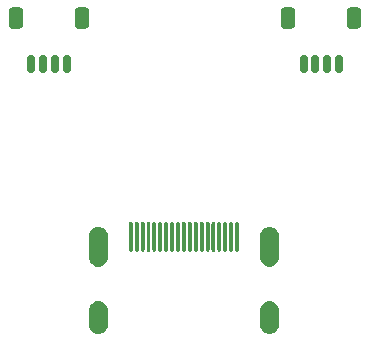
<source format=gbr>
%TF.GenerationSoftware,KiCad,Pcbnew,(6.0.5)*%
%TF.CreationDate,2022-06-06T16:52:35-06:00*%
%TF.ProjectId,15Pin_Fanout,31355069-6e5f-4466-916e-6f75742e6b69,rev?*%
%TF.SameCoordinates,Original*%
%TF.FileFunction,Paste,Top*%
%TF.FilePolarity,Positive*%
%FSLAX46Y46*%
G04 Gerber Fmt 4.6, Leading zero omitted, Abs format (unit mm)*
G04 Created by KiCad (PCBNEW (6.0.5)) date 2022-06-06 16:52:35*
%MOMM*%
%LPD*%
G01*
G04 APERTURE LIST*
G04 Aperture macros list*
%AMRoundRect*
0 Rectangle with rounded corners*
0 $1 Rounding radius*
0 $2 $3 $4 $5 $6 $7 $8 $9 X,Y pos of 4 corners*
0 Add a 4 corners polygon primitive as box body*
4,1,4,$2,$3,$4,$5,$6,$7,$8,$9,$2,$3,0*
0 Add four circle primitives for the rounded corners*
1,1,$1+$1,$2,$3*
1,1,$1+$1,$4,$5*
1,1,$1+$1,$6,$7*
1,1,$1+$1,$8,$9*
0 Add four rect primitives between the rounded corners*
20,1,$1+$1,$2,$3,$4,$5,0*
20,1,$1+$1,$4,$5,$6,$7,0*
20,1,$1+$1,$6,$7,$8,$9,0*
20,1,$1+$1,$8,$9,$2,$3,0*%
G04 Aperture macros list end*
%ADD10C,0.120000*%
%ADD11RoundRect,0.150000X0.150000X0.625000X-0.150000X0.625000X-0.150000X-0.625000X0.150000X-0.625000X0*%
%ADD12RoundRect,0.250000X0.350000X0.650000X-0.350000X0.650000X-0.350000X-0.650000X0.350000X-0.650000X0*%
%ADD13O,0.250000X2.400000*%
G04 APERTURE END LIST*
%TO.C,J1*%
G36*
X-7103000Y-2100000D02*
G01*
X-6962000Y-2143000D01*
X-6832000Y-2212000D01*
X-6719000Y-2305000D01*
X-6626000Y-2419000D01*
X-6556000Y-2549000D01*
X-6514000Y-2689000D01*
X-6499000Y-2836000D01*
X-6499000Y-4036000D01*
X-6514000Y-4182000D01*
X-6556000Y-4323000D01*
X-6626000Y-4452000D01*
X-6719000Y-4566000D01*
X-6832000Y-4659000D01*
X-6962000Y-4729000D01*
X-7103000Y-4771000D01*
X-7249000Y-4786000D01*
X-7395000Y-4771000D01*
X-7536000Y-4729000D01*
X-7666000Y-4659000D01*
X-7779000Y-4566000D01*
X-7873000Y-4452000D01*
X-7942000Y-4323000D01*
X-7985000Y-4182000D01*
X-7999000Y-4036000D01*
X-7999000Y-2836000D01*
X-7985000Y-2689000D01*
X-7942000Y-2549000D01*
X-7873000Y-2419000D01*
X-7779000Y-2305000D01*
X-7666000Y-2212000D01*
X-7536000Y-2143000D01*
X-7395000Y-2100000D01*
X-7249000Y-2086000D01*
X-7103000Y-2100000D01*
G37*
D10*
X-7103000Y-2100000D02*
X-6962000Y-2143000D01*
X-6832000Y-2212000D01*
X-6719000Y-2305000D01*
X-6626000Y-2419000D01*
X-6556000Y-2549000D01*
X-6514000Y-2689000D01*
X-6499000Y-2836000D01*
X-6499000Y-4036000D01*
X-6514000Y-4182000D01*
X-6556000Y-4323000D01*
X-6626000Y-4452000D01*
X-6719000Y-4566000D01*
X-6832000Y-4659000D01*
X-6962000Y-4729000D01*
X-7103000Y-4771000D01*
X-7249000Y-4786000D01*
X-7395000Y-4771000D01*
X-7536000Y-4729000D01*
X-7666000Y-4659000D01*
X-7779000Y-4566000D01*
X-7873000Y-4452000D01*
X-7942000Y-4323000D01*
X-7985000Y-4182000D01*
X-7999000Y-4036000D01*
X-7999000Y-2836000D01*
X-7985000Y-2689000D01*
X-7942000Y-2549000D01*
X-7873000Y-2419000D01*
X-7779000Y-2305000D01*
X-7666000Y-2212000D01*
X-7536000Y-2143000D01*
X-7395000Y-2100000D01*
X-7249000Y-2086000D01*
X-7103000Y-2100000D01*
G36*
X3525000Y4594000D02*
G01*
X3549000Y4587000D01*
X3570000Y4575000D01*
X3589000Y4560000D01*
X3605000Y4541000D01*
X3616000Y4519000D01*
X3623000Y4496000D01*
X3626000Y4471000D01*
X3626000Y2321000D01*
X3623000Y2297000D01*
X3616000Y2273000D01*
X3605000Y2252000D01*
X3589000Y2233000D01*
X3570000Y2217000D01*
X3549000Y2206000D01*
X3525000Y2199000D01*
X3501000Y2196000D01*
X3476000Y2199000D01*
X3453000Y2206000D01*
X3431000Y2217000D01*
X3412000Y2233000D01*
X3397000Y2252000D01*
X3385000Y2273000D01*
X3378000Y2297000D01*
X3376000Y2321000D01*
X3376000Y4471000D01*
X3378000Y4496000D01*
X3385000Y4519000D01*
X3397000Y4541000D01*
X3412000Y4560000D01*
X3431000Y4575000D01*
X3453000Y4587000D01*
X3476000Y4594000D01*
X3501000Y4596000D01*
X3525000Y4594000D01*
G37*
X3525000Y4594000D02*
X3549000Y4587000D01*
X3570000Y4575000D01*
X3589000Y4560000D01*
X3605000Y4541000D01*
X3616000Y4519000D01*
X3623000Y4496000D01*
X3626000Y4471000D01*
X3626000Y2321000D01*
X3623000Y2297000D01*
X3616000Y2273000D01*
X3605000Y2252000D01*
X3589000Y2233000D01*
X3570000Y2217000D01*
X3549000Y2206000D01*
X3525000Y2199000D01*
X3501000Y2196000D01*
X3476000Y2199000D01*
X3453000Y2206000D01*
X3431000Y2217000D01*
X3412000Y2233000D01*
X3397000Y2252000D01*
X3385000Y2273000D01*
X3378000Y2297000D01*
X3376000Y2321000D01*
X3376000Y4471000D01*
X3378000Y4496000D01*
X3385000Y4519000D01*
X3397000Y4541000D01*
X3412000Y4560000D01*
X3431000Y4575000D01*
X3453000Y4587000D01*
X3476000Y4594000D01*
X3501000Y4596000D01*
X3525000Y4594000D01*
G36*
X1525000Y4594000D02*
G01*
X1548000Y4587000D01*
X1570000Y4575000D01*
X1589000Y4560000D01*
X1604000Y4541000D01*
X1616000Y4519000D01*
X1623000Y4496000D01*
X1625000Y4471000D01*
X1625000Y2321000D01*
X1623000Y2297000D01*
X1616000Y2273000D01*
X1604000Y2252000D01*
X1589000Y2233000D01*
X1570000Y2217000D01*
X1548000Y2206000D01*
X1525000Y2199000D01*
X1500000Y2196000D01*
X1476000Y2199000D01*
X1452000Y2206000D01*
X1431000Y2217000D01*
X1412000Y2233000D01*
X1396000Y2252000D01*
X1385000Y2273000D01*
X1378000Y2297000D01*
X1375000Y2321000D01*
X1375000Y4471000D01*
X1378000Y4496000D01*
X1385000Y4519000D01*
X1396000Y4541000D01*
X1412000Y4560000D01*
X1431000Y4575000D01*
X1452000Y4587000D01*
X1476000Y4594000D01*
X1500000Y4596000D01*
X1525000Y4594000D01*
G37*
X1525000Y4594000D02*
X1548000Y4587000D01*
X1570000Y4575000D01*
X1589000Y4560000D01*
X1604000Y4541000D01*
X1616000Y4519000D01*
X1623000Y4496000D01*
X1625000Y4471000D01*
X1625000Y2321000D01*
X1623000Y2297000D01*
X1616000Y2273000D01*
X1604000Y2252000D01*
X1589000Y2233000D01*
X1570000Y2217000D01*
X1548000Y2206000D01*
X1525000Y2199000D01*
X1500000Y2196000D01*
X1476000Y2199000D01*
X1452000Y2206000D01*
X1431000Y2217000D01*
X1412000Y2233000D01*
X1396000Y2252000D01*
X1385000Y2273000D01*
X1378000Y2297000D01*
X1375000Y2321000D01*
X1375000Y4471000D01*
X1378000Y4496000D01*
X1385000Y4519000D01*
X1396000Y4541000D01*
X1412000Y4560000D01*
X1431000Y4575000D01*
X1452000Y4587000D01*
X1476000Y4594000D01*
X1500000Y4596000D01*
X1525000Y4594000D01*
G36*
X24000Y4594000D02*
G01*
X48000Y4587000D01*
X69000Y4575000D01*
X88000Y4560000D01*
X104000Y4541000D01*
X116000Y4519000D01*
X123000Y4496000D01*
X125000Y4471000D01*
X125000Y2321000D01*
X123000Y2297000D01*
X116000Y2273000D01*
X104000Y2252000D01*
X88000Y2233000D01*
X69000Y2217000D01*
X48000Y2206000D01*
X24000Y2199000D01*
X0Y2196000D01*
X-24000Y2199000D01*
X-48000Y2206000D01*
X-69000Y2217000D01*
X-88000Y2233000D01*
X-104000Y2252000D01*
X-116000Y2273000D01*
X-123000Y2297000D01*
X-125000Y2321000D01*
X-125000Y4471000D01*
X-123000Y4496000D01*
X-116000Y4519000D01*
X-104000Y4541000D01*
X-88000Y4560000D01*
X-69000Y4575000D01*
X-48000Y4587000D01*
X-24000Y4594000D01*
X0Y4596000D01*
X24000Y4594000D01*
G37*
X24000Y4594000D02*
X48000Y4587000D01*
X69000Y4575000D01*
X88000Y4560000D01*
X104000Y4541000D01*
X116000Y4519000D01*
X123000Y4496000D01*
X125000Y4471000D01*
X125000Y2321000D01*
X123000Y2297000D01*
X116000Y2273000D01*
X104000Y2252000D01*
X88000Y2233000D01*
X69000Y2217000D01*
X48000Y2206000D01*
X24000Y2199000D01*
X0Y2196000D01*
X-24000Y2199000D01*
X-48000Y2206000D01*
X-69000Y2217000D01*
X-88000Y2233000D01*
X-104000Y2252000D01*
X-116000Y2273000D01*
X-123000Y2297000D01*
X-125000Y2321000D01*
X-125000Y4471000D01*
X-123000Y4496000D01*
X-116000Y4519000D01*
X-104000Y4541000D01*
X-88000Y4560000D01*
X-69000Y4575000D01*
X-48000Y4587000D01*
X-24000Y4594000D01*
X0Y4596000D01*
X24000Y4594000D01*
G36*
X525000Y4594000D02*
G01*
X548000Y4587000D01*
X570000Y4575000D01*
X589000Y4560000D01*
X604000Y4541000D01*
X616000Y4519000D01*
X623000Y4496000D01*
X625000Y4471000D01*
X625000Y2321000D01*
X623000Y2297000D01*
X616000Y2273000D01*
X604000Y2252000D01*
X589000Y2233000D01*
X570000Y2217000D01*
X548000Y2206000D01*
X525000Y2199000D01*
X500000Y2196000D01*
X476000Y2199000D01*
X452000Y2206000D01*
X431000Y2217000D01*
X412000Y2233000D01*
X396000Y2252000D01*
X385000Y2273000D01*
X377000Y2297000D01*
X375000Y2321000D01*
X375000Y4471000D01*
X377000Y4496000D01*
X385000Y4519000D01*
X396000Y4541000D01*
X412000Y4560000D01*
X431000Y4575000D01*
X452000Y4587000D01*
X476000Y4594000D01*
X500000Y4596000D01*
X525000Y4594000D01*
G37*
X525000Y4594000D02*
X548000Y4587000D01*
X570000Y4575000D01*
X589000Y4560000D01*
X604000Y4541000D01*
X616000Y4519000D01*
X623000Y4496000D01*
X625000Y4471000D01*
X625000Y2321000D01*
X623000Y2297000D01*
X616000Y2273000D01*
X604000Y2252000D01*
X589000Y2233000D01*
X570000Y2217000D01*
X548000Y2206000D01*
X525000Y2199000D01*
X500000Y2196000D01*
X476000Y2199000D01*
X452000Y2206000D01*
X431000Y2217000D01*
X412000Y2233000D01*
X396000Y2252000D01*
X385000Y2273000D01*
X377000Y2297000D01*
X375000Y2321000D01*
X375000Y4471000D01*
X377000Y4496000D01*
X385000Y4519000D01*
X396000Y4541000D01*
X412000Y4560000D01*
X431000Y4575000D01*
X452000Y4587000D01*
X476000Y4594000D01*
X500000Y4596000D01*
X525000Y4594000D01*
G36*
X4025000Y4594000D02*
G01*
X4049000Y4587000D01*
X4070000Y4575000D01*
X4089000Y4560000D01*
X4105000Y4541000D01*
X4116000Y4519000D01*
X4123000Y4496000D01*
X4126000Y4471000D01*
X4126000Y2321000D01*
X4123000Y2297000D01*
X4116000Y2273000D01*
X4105000Y2252000D01*
X4089000Y2233000D01*
X4070000Y2217000D01*
X4049000Y2206000D01*
X4025000Y2199000D01*
X4001000Y2196000D01*
X3976000Y2199000D01*
X3953000Y2206000D01*
X3931000Y2217000D01*
X3912000Y2233000D01*
X3897000Y2252000D01*
X3885000Y2273000D01*
X3878000Y2297000D01*
X3876000Y2321000D01*
X3876000Y4471000D01*
X3878000Y4496000D01*
X3885000Y4519000D01*
X3897000Y4541000D01*
X3912000Y4560000D01*
X3931000Y4575000D01*
X3953000Y4587000D01*
X3976000Y4594000D01*
X4001000Y4596000D01*
X4025000Y4594000D01*
G37*
X4025000Y4594000D02*
X4049000Y4587000D01*
X4070000Y4575000D01*
X4089000Y4560000D01*
X4105000Y4541000D01*
X4116000Y4519000D01*
X4123000Y4496000D01*
X4126000Y4471000D01*
X4126000Y2321000D01*
X4123000Y2297000D01*
X4116000Y2273000D01*
X4105000Y2252000D01*
X4089000Y2233000D01*
X4070000Y2217000D01*
X4049000Y2206000D01*
X4025000Y2199000D01*
X4001000Y2196000D01*
X3976000Y2199000D01*
X3953000Y2206000D01*
X3931000Y2217000D01*
X3912000Y2233000D01*
X3897000Y2252000D01*
X3885000Y2273000D01*
X3878000Y2297000D01*
X3876000Y2321000D01*
X3876000Y4471000D01*
X3878000Y4496000D01*
X3885000Y4519000D01*
X3897000Y4541000D01*
X3912000Y4560000D01*
X3931000Y4575000D01*
X3953000Y4587000D01*
X3976000Y4594000D01*
X4001000Y4596000D01*
X4025000Y4594000D01*
G36*
X7396000Y4199000D02*
G01*
X7536000Y4157000D01*
X7666000Y4087000D01*
X7780000Y3994000D01*
X7873000Y3880000D01*
X7942000Y3751000D01*
X7985000Y3610000D01*
X7999000Y3464000D01*
X7999000Y1664000D01*
X7985000Y1517000D01*
X7942000Y1377000D01*
X7873000Y1247000D01*
X7780000Y1133000D01*
X7666000Y1040000D01*
X7536000Y971000D01*
X7396000Y928000D01*
X7249000Y914000D01*
X7103000Y928000D01*
X6962000Y971000D01*
X6833000Y1040000D01*
X6719000Y1133000D01*
X6626000Y1247000D01*
X6556000Y1377000D01*
X6514000Y1517000D01*
X6499000Y1664000D01*
X6499000Y3464000D01*
X6514000Y3610000D01*
X6556000Y3751000D01*
X6626000Y3880000D01*
X6719000Y3994000D01*
X6833000Y4087000D01*
X6962000Y4157000D01*
X7103000Y4199000D01*
X7249000Y4214000D01*
X7396000Y4199000D01*
G37*
X7396000Y4199000D02*
X7536000Y4157000D01*
X7666000Y4087000D01*
X7780000Y3994000D01*
X7873000Y3880000D01*
X7942000Y3751000D01*
X7985000Y3610000D01*
X7999000Y3464000D01*
X7999000Y1664000D01*
X7985000Y1517000D01*
X7942000Y1377000D01*
X7873000Y1247000D01*
X7780000Y1133000D01*
X7666000Y1040000D01*
X7536000Y971000D01*
X7396000Y928000D01*
X7249000Y914000D01*
X7103000Y928000D01*
X6962000Y971000D01*
X6833000Y1040000D01*
X6719000Y1133000D01*
X6626000Y1247000D01*
X6556000Y1377000D01*
X6514000Y1517000D01*
X6499000Y1664000D01*
X6499000Y3464000D01*
X6514000Y3610000D01*
X6556000Y3751000D01*
X6626000Y3880000D01*
X6719000Y3994000D01*
X6833000Y4087000D01*
X6962000Y4157000D01*
X7103000Y4199000D01*
X7249000Y4214000D01*
X7396000Y4199000D01*
G36*
X-2976000Y4594000D02*
G01*
X-2953000Y4587000D01*
X-2931000Y4575000D01*
X-2912000Y4560000D01*
X-2897000Y4541000D01*
X-2885000Y4519000D01*
X-2878000Y4496000D01*
X-2876000Y4471000D01*
X-2876000Y2321000D01*
X-2878000Y2297000D01*
X-2885000Y2273000D01*
X-2897000Y2252000D01*
X-2912000Y2233000D01*
X-2931000Y2217000D01*
X-2953000Y2206000D01*
X-2976000Y2199000D01*
X-3001000Y2196000D01*
X-3025000Y2199000D01*
X-3048000Y2206000D01*
X-3070000Y2217000D01*
X-3089000Y2233000D01*
X-3105000Y2252000D01*
X-3116000Y2273000D01*
X-3123000Y2297000D01*
X-3126000Y2321000D01*
X-3126000Y4471000D01*
X-3123000Y4496000D01*
X-3116000Y4519000D01*
X-3105000Y4541000D01*
X-3089000Y4560000D01*
X-3070000Y4575000D01*
X-3048000Y4587000D01*
X-3025000Y4594000D01*
X-3001000Y4596000D01*
X-2976000Y4594000D01*
G37*
X-2976000Y4594000D02*
X-2953000Y4587000D01*
X-2931000Y4575000D01*
X-2912000Y4560000D01*
X-2897000Y4541000D01*
X-2885000Y4519000D01*
X-2878000Y4496000D01*
X-2876000Y4471000D01*
X-2876000Y2321000D01*
X-2878000Y2297000D01*
X-2885000Y2273000D01*
X-2897000Y2252000D01*
X-2912000Y2233000D01*
X-2931000Y2217000D01*
X-2953000Y2206000D01*
X-2976000Y2199000D01*
X-3001000Y2196000D01*
X-3025000Y2199000D01*
X-3048000Y2206000D01*
X-3070000Y2217000D01*
X-3089000Y2233000D01*
X-3105000Y2252000D01*
X-3116000Y2273000D01*
X-3123000Y2297000D01*
X-3126000Y2321000D01*
X-3126000Y4471000D01*
X-3123000Y4496000D01*
X-3116000Y4519000D01*
X-3105000Y4541000D01*
X-3089000Y4560000D01*
X-3070000Y4575000D01*
X-3048000Y4587000D01*
X-3025000Y4594000D01*
X-3001000Y4596000D01*
X-2976000Y4594000D01*
G36*
X2525000Y4594000D02*
G01*
X2548000Y4587000D01*
X2570000Y4575000D01*
X2589000Y4560000D01*
X2604000Y4541000D01*
X2616000Y4519000D01*
X2623000Y4496000D01*
X2625000Y4471000D01*
X2625000Y2321000D01*
X2623000Y2297000D01*
X2616000Y2273000D01*
X2604000Y2252000D01*
X2589000Y2233000D01*
X2570000Y2217000D01*
X2548000Y2206000D01*
X2525000Y2199000D01*
X2500000Y2196000D01*
X2476000Y2199000D01*
X2453000Y2206000D01*
X2431000Y2217000D01*
X2412000Y2233000D01*
X2397000Y2252000D01*
X2385000Y2273000D01*
X2378000Y2297000D01*
X2375000Y2321000D01*
X2375000Y4471000D01*
X2378000Y4496000D01*
X2385000Y4519000D01*
X2397000Y4541000D01*
X2412000Y4560000D01*
X2431000Y4575000D01*
X2453000Y4587000D01*
X2476000Y4594000D01*
X2500000Y4596000D01*
X2525000Y4594000D01*
G37*
X2525000Y4594000D02*
X2548000Y4587000D01*
X2570000Y4575000D01*
X2589000Y4560000D01*
X2604000Y4541000D01*
X2616000Y4519000D01*
X2623000Y4496000D01*
X2625000Y4471000D01*
X2625000Y2321000D01*
X2623000Y2297000D01*
X2616000Y2273000D01*
X2604000Y2252000D01*
X2589000Y2233000D01*
X2570000Y2217000D01*
X2548000Y2206000D01*
X2525000Y2199000D01*
X2500000Y2196000D01*
X2476000Y2199000D01*
X2453000Y2206000D01*
X2431000Y2217000D01*
X2412000Y2233000D01*
X2397000Y2252000D01*
X2385000Y2273000D01*
X2378000Y2297000D01*
X2375000Y2321000D01*
X2375000Y4471000D01*
X2378000Y4496000D01*
X2385000Y4519000D01*
X2397000Y4541000D01*
X2412000Y4560000D01*
X2431000Y4575000D01*
X2453000Y4587000D01*
X2476000Y4594000D01*
X2500000Y4596000D01*
X2525000Y4594000D01*
G36*
X-7103000Y4199000D02*
G01*
X-6962000Y4157000D01*
X-6832000Y4087000D01*
X-6719000Y3994000D01*
X-6626000Y3880000D01*
X-6556000Y3751000D01*
X-6514000Y3610000D01*
X-6499000Y3464000D01*
X-6499000Y1664000D01*
X-6514000Y1517000D01*
X-6556000Y1377000D01*
X-6626000Y1247000D01*
X-6719000Y1133000D01*
X-6832000Y1040000D01*
X-6962000Y971000D01*
X-7103000Y928000D01*
X-7249000Y914000D01*
X-7395000Y928000D01*
X-7536000Y971000D01*
X-7666000Y1040000D01*
X-7779000Y1133000D01*
X-7873000Y1247000D01*
X-7942000Y1377000D01*
X-7985000Y1517000D01*
X-7999000Y1664000D01*
X-7999000Y3464000D01*
X-7985000Y3610000D01*
X-7942000Y3751000D01*
X-7873000Y3880000D01*
X-7779000Y3994000D01*
X-7666000Y4087000D01*
X-7536000Y4157000D01*
X-7395000Y4199000D01*
X-7249000Y4214000D01*
X-7103000Y4199000D01*
G37*
X-7103000Y4199000D02*
X-6962000Y4157000D01*
X-6832000Y4087000D01*
X-6719000Y3994000D01*
X-6626000Y3880000D01*
X-6556000Y3751000D01*
X-6514000Y3610000D01*
X-6499000Y3464000D01*
X-6499000Y1664000D01*
X-6514000Y1517000D01*
X-6556000Y1377000D01*
X-6626000Y1247000D01*
X-6719000Y1133000D01*
X-6832000Y1040000D01*
X-6962000Y971000D01*
X-7103000Y928000D01*
X-7249000Y914000D01*
X-7395000Y928000D01*
X-7536000Y971000D01*
X-7666000Y1040000D01*
X-7779000Y1133000D01*
X-7873000Y1247000D01*
X-7942000Y1377000D01*
X-7985000Y1517000D01*
X-7999000Y1664000D01*
X-7999000Y3464000D01*
X-7985000Y3610000D01*
X-7942000Y3751000D01*
X-7873000Y3880000D01*
X-7779000Y3994000D01*
X-7666000Y4087000D01*
X-7536000Y4157000D01*
X-7395000Y4199000D01*
X-7249000Y4214000D01*
X-7103000Y4199000D01*
G36*
X7396000Y-2100000D02*
G01*
X7536000Y-2143000D01*
X7666000Y-2212000D01*
X7780000Y-2305000D01*
X7873000Y-2419000D01*
X7942000Y-2549000D01*
X7985000Y-2689000D01*
X7999000Y-2836000D01*
X7999000Y-4036000D01*
X7985000Y-4182000D01*
X7942000Y-4323000D01*
X7873000Y-4452000D01*
X7780000Y-4566000D01*
X7666000Y-4659000D01*
X7536000Y-4729000D01*
X7396000Y-4771000D01*
X7249000Y-4786000D01*
X7103000Y-4771000D01*
X6962000Y-4729000D01*
X6833000Y-4659000D01*
X6719000Y-4566000D01*
X6626000Y-4452000D01*
X6556000Y-4323000D01*
X6514000Y-4182000D01*
X6499000Y-4036000D01*
X6499000Y-2836000D01*
X6514000Y-2689000D01*
X6556000Y-2549000D01*
X6626000Y-2419000D01*
X6719000Y-2305000D01*
X6833000Y-2212000D01*
X6962000Y-2143000D01*
X7103000Y-2100000D01*
X7249000Y-2086000D01*
X7396000Y-2100000D01*
G37*
X7396000Y-2100000D02*
X7536000Y-2143000D01*
X7666000Y-2212000D01*
X7780000Y-2305000D01*
X7873000Y-2419000D01*
X7942000Y-2549000D01*
X7985000Y-2689000D01*
X7999000Y-2836000D01*
X7999000Y-4036000D01*
X7985000Y-4182000D01*
X7942000Y-4323000D01*
X7873000Y-4452000D01*
X7780000Y-4566000D01*
X7666000Y-4659000D01*
X7536000Y-4729000D01*
X7396000Y-4771000D01*
X7249000Y-4786000D01*
X7103000Y-4771000D01*
X6962000Y-4729000D01*
X6833000Y-4659000D01*
X6719000Y-4566000D01*
X6626000Y-4452000D01*
X6556000Y-4323000D01*
X6514000Y-4182000D01*
X6499000Y-4036000D01*
X6499000Y-2836000D01*
X6514000Y-2689000D01*
X6556000Y-2549000D01*
X6626000Y-2419000D01*
X6719000Y-2305000D01*
X6833000Y-2212000D01*
X6962000Y-2143000D01*
X7103000Y-2100000D01*
X7249000Y-2086000D01*
X7396000Y-2100000D01*
G36*
X4525000Y4594000D02*
G01*
X4549000Y4587000D01*
X4570000Y4575000D01*
X4589000Y4560000D01*
X4605000Y4541000D01*
X4616000Y4519000D01*
X4624000Y4496000D01*
X4626000Y4471000D01*
X4626000Y2321000D01*
X4624000Y2297000D01*
X4616000Y2273000D01*
X4605000Y2252000D01*
X4589000Y2233000D01*
X4570000Y2217000D01*
X4549000Y2206000D01*
X4525000Y2199000D01*
X4501000Y2196000D01*
X4477000Y2199000D01*
X4453000Y2206000D01*
X4431000Y2217000D01*
X4413000Y2233000D01*
X4397000Y2252000D01*
X4385000Y2273000D01*
X4378000Y2297000D01*
X4376000Y2321000D01*
X4376000Y4471000D01*
X4378000Y4496000D01*
X4385000Y4519000D01*
X4397000Y4541000D01*
X4413000Y4560000D01*
X4431000Y4575000D01*
X4453000Y4587000D01*
X4477000Y4594000D01*
X4501000Y4596000D01*
X4525000Y4594000D01*
G37*
X4525000Y4594000D02*
X4549000Y4587000D01*
X4570000Y4575000D01*
X4589000Y4560000D01*
X4605000Y4541000D01*
X4616000Y4519000D01*
X4624000Y4496000D01*
X4626000Y4471000D01*
X4626000Y2321000D01*
X4624000Y2297000D01*
X4616000Y2273000D01*
X4605000Y2252000D01*
X4589000Y2233000D01*
X4570000Y2217000D01*
X4549000Y2206000D01*
X4525000Y2199000D01*
X4501000Y2196000D01*
X4477000Y2199000D01*
X4453000Y2206000D01*
X4431000Y2217000D01*
X4413000Y2233000D01*
X4397000Y2252000D01*
X4385000Y2273000D01*
X4378000Y2297000D01*
X4376000Y2321000D01*
X4376000Y4471000D01*
X4378000Y4496000D01*
X4385000Y4519000D01*
X4397000Y4541000D01*
X4413000Y4560000D01*
X4431000Y4575000D01*
X4453000Y4587000D01*
X4477000Y4594000D01*
X4501000Y4596000D01*
X4525000Y4594000D01*
G36*
X-2476000Y4594000D02*
G01*
X-2453000Y4587000D01*
X-2431000Y4575000D01*
X-2412000Y4560000D01*
X-2397000Y4541000D01*
X-2385000Y4519000D01*
X-2378000Y4496000D01*
X-2375000Y4471000D01*
X-2375000Y2321000D01*
X-2378000Y2297000D01*
X-2385000Y2273000D01*
X-2397000Y2252000D01*
X-2412000Y2233000D01*
X-2431000Y2217000D01*
X-2453000Y2206000D01*
X-2476000Y2199000D01*
X-2500000Y2196000D01*
X-2525000Y2199000D01*
X-2548000Y2206000D01*
X-2570000Y2217000D01*
X-2589000Y2233000D01*
X-2604000Y2252000D01*
X-2616000Y2273000D01*
X-2623000Y2297000D01*
X-2625000Y2321000D01*
X-2625000Y4471000D01*
X-2623000Y4496000D01*
X-2616000Y4519000D01*
X-2604000Y4541000D01*
X-2589000Y4560000D01*
X-2570000Y4575000D01*
X-2548000Y4587000D01*
X-2525000Y4594000D01*
X-2500000Y4596000D01*
X-2476000Y4594000D01*
G37*
X-2476000Y4594000D02*
X-2453000Y4587000D01*
X-2431000Y4575000D01*
X-2412000Y4560000D01*
X-2397000Y4541000D01*
X-2385000Y4519000D01*
X-2378000Y4496000D01*
X-2375000Y4471000D01*
X-2375000Y2321000D01*
X-2378000Y2297000D01*
X-2385000Y2273000D01*
X-2397000Y2252000D01*
X-2412000Y2233000D01*
X-2431000Y2217000D01*
X-2453000Y2206000D01*
X-2476000Y2199000D01*
X-2500000Y2196000D01*
X-2525000Y2199000D01*
X-2548000Y2206000D01*
X-2570000Y2217000D01*
X-2589000Y2233000D01*
X-2604000Y2252000D01*
X-2616000Y2273000D01*
X-2623000Y2297000D01*
X-2625000Y2321000D01*
X-2625000Y4471000D01*
X-2623000Y4496000D01*
X-2616000Y4519000D01*
X-2604000Y4541000D01*
X-2589000Y4560000D01*
X-2570000Y4575000D01*
X-2548000Y4587000D01*
X-2525000Y4594000D01*
X-2500000Y4596000D01*
X-2476000Y4594000D01*
G36*
X-974000Y4592000D02*
G01*
X-951000Y4584000D01*
X-929000Y4572000D01*
X-911000Y4557000D01*
X-895000Y4537000D01*
X-884000Y4516000D01*
X-877000Y4492000D01*
X-875000Y4471000D01*
X-875000Y2321000D01*
X-878000Y2297000D01*
X-885000Y2274000D01*
X-897000Y2252000D01*
X-913000Y2233000D01*
X-932000Y2218000D01*
X-954000Y2207000D01*
X-978000Y2200000D01*
X-1002000Y2198000D01*
X-1026000Y2201000D01*
X-1050000Y2208000D01*
X-1071000Y2220000D01*
X-1090000Y2236000D01*
X-1105000Y2255000D01*
X-1116000Y2277000D01*
X-1123000Y2300000D01*
X-1125000Y2321000D01*
X-1125000Y4471000D01*
X-1122000Y4496000D01*
X-1115000Y4519000D01*
X-1103000Y4540000D01*
X-1087000Y4559000D01*
X-1068000Y4574000D01*
X-1046000Y4586000D01*
X-1023000Y4592000D01*
X-998000Y4594000D01*
X-974000Y4592000D01*
G37*
X-974000Y4592000D02*
X-951000Y4584000D01*
X-929000Y4572000D01*
X-911000Y4557000D01*
X-895000Y4537000D01*
X-884000Y4516000D01*
X-877000Y4492000D01*
X-875000Y4471000D01*
X-875000Y2321000D01*
X-878000Y2297000D01*
X-885000Y2274000D01*
X-897000Y2252000D01*
X-913000Y2233000D01*
X-932000Y2218000D01*
X-954000Y2207000D01*
X-978000Y2200000D01*
X-1002000Y2198000D01*
X-1026000Y2201000D01*
X-1050000Y2208000D01*
X-1071000Y2220000D01*
X-1090000Y2236000D01*
X-1105000Y2255000D01*
X-1116000Y2277000D01*
X-1123000Y2300000D01*
X-1125000Y2321000D01*
X-1125000Y4471000D01*
X-1122000Y4496000D01*
X-1115000Y4519000D01*
X-1103000Y4540000D01*
X-1087000Y4559000D01*
X-1068000Y4574000D01*
X-1046000Y4586000D01*
X-1023000Y4592000D01*
X-998000Y4594000D01*
X-974000Y4592000D01*
G36*
X-3976000Y4594000D02*
G01*
X-3953000Y4587000D01*
X-3931000Y4575000D01*
X-3912000Y4560000D01*
X-3897000Y4541000D01*
X-3885000Y4519000D01*
X-3878000Y4496000D01*
X-3876000Y4471000D01*
X-3876000Y2321000D01*
X-3878000Y2297000D01*
X-3885000Y2273000D01*
X-3897000Y2252000D01*
X-3912000Y2233000D01*
X-3931000Y2217000D01*
X-3953000Y2206000D01*
X-3976000Y2199000D01*
X-4001000Y2196000D01*
X-4025000Y2199000D01*
X-4049000Y2206000D01*
X-4070000Y2217000D01*
X-4089000Y2233000D01*
X-4105000Y2252000D01*
X-4116000Y2273000D01*
X-4123000Y2297000D01*
X-4126000Y2321000D01*
X-4126000Y4471000D01*
X-4123000Y4496000D01*
X-4116000Y4519000D01*
X-4105000Y4541000D01*
X-4089000Y4560000D01*
X-4070000Y4575000D01*
X-4049000Y4587000D01*
X-4025000Y4594000D01*
X-4001000Y4596000D01*
X-3976000Y4594000D01*
G37*
X-3976000Y4594000D02*
X-3953000Y4587000D01*
X-3931000Y4575000D01*
X-3912000Y4560000D01*
X-3897000Y4541000D01*
X-3885000Y4519000D01*
X-3878000Y4496000D01*
X-3876000Y4471000D01*
X-3876000Y2321000D01*
X-3878000Y2297000D01*
X-3885000Y2273000D01*
X-3897000Y2252000D01*
X-3912000Y2233000D01*
X-3931000Y2217000D01*
X-3953000Y2206000D01*
X-3976000Y2199000D01*
X-4001000Y2196000D01*
X-4025000Y2199000D01*
X-4049000Y2206000D01*
X-4070000Y2217000D01*
X-4089000Y2233000D01*
X-4105000Y2252000D01*
X-4116000Y2273000D01*
X-4123000Y2297000D01*
X-4126000Y2321000D01*
X-4126000Y4471000D01*
X-4123000Y4496000D01*
X-4116000Y4519000D01*
X-4105000Y4541000D01*
X-4089000Y4560000D01*
X-4070000Y4575000D01*
X-4049000Y4587000D01*
X-4025000Y4594000D01*
X-4001000Y4596000D01*
X-3976000Y4594000D01*
G36*
X1025000Y4594000D02*
G01*
X1048000Y4587000D01*
X1070000Y4575000D01*
X1089000Y4560000D01*
X1104000Y4541000D01*
X1116000Y4519000D01*
X1123000Y4496000D01*
X1125000Y4471000D01*
X1125000Y2321000D01*
X1123000Y2297000D01*
X1116000Y2273000D01*
X1104000Y2252000D01*
X1089000Y2233000D01*
X1070000Y2217000D01*
X1048000Y2206000D01*
X1025000Y2199000D01*
X1000000Y2196000D01*
X976000Y2199000D01*
X952000Y2206000D01*
X931000Y2217000D01*
X912000Y2233000D01*
X896000Y2252000D01*
X885000Y2273000D01*
X878000Y2297000D01*
X875000Y2321000D01*
X875000Y4471000D01*
X878000Y4496000D01*
X885000Y4519000D01*
X896000Y4541000D01*
X912000Y4560000D01*
X931000Y4575000D01*
X952000Y4587000D01*
X976000Y4594000D01*
X1000000Y4596000D01*
X1025000Y4594000D01*
G37*
X1025000Y4594000D02*
X1048000Y4587000D01*
X1070000Y4575000D01*
X1089000Y4560000D01*
X1104000Y4541000D01*
X1116000Y4519000D01*
X1123000Y4496000D01*
X1125000Y4471000D01*
X1125000Y2321000D01*
X1123000Y2297000D01*
X1116000Y2273000D01*
X1104000Y2252000D01*
X1089000Y2233000D01*
X1070000Y2217000D01*
X1048000Y2206000D01*
X1025000Y2199000D01*
X1000000Y2196000D01*
X976000Y2199000D01*
X952000Y2206000D01*
X931000Y2217000D01*
X912000Y2233000D01*
X896000Y2252000D01*
X885000Y2273000D01*
X878000Y2297000D01*
X875000Y2321000D01*
X875000Y4471000D01*
X878000Y4496000D01*
X885000Y4519000D01*
X896000Y4541000D01*
X912000Y4560000D01*
X931000Y4575000D01*
X952000Y4587000D01*
X976000Y4594000D01*
X1000000Y4596000D01*
X1025000Y4594000D01*
G36*
X-1976000Y4594000D02*
G01*
X-1953000Y4587000D01*
X-1931000Y4575000D01*
X-1912000Y4560000D01*
X-1896000Y4541000D01*
X-1885000Y4519000D01*
X-1878000Y4496000D01*
X-1875000Y4471000D01*
X-1875000Y2321000D01*
X-1878000Y2297000D01*
X-1885000Y2273000D01*
X-1896000Y2252000D01*
X-1912000Y2233000D01*
X-1931000Y2217000D01*
X-1953000Y2206000D01*
X-1976000Y2199000D01*
X-2000000Y2196000D01*
X-2025000Y2199000D01*
X-2048000Y2206000D01*
X-2070000Y2217000D01*
X-2089000Y2233000D01*
X-2104000Y2252000D01*
X-2116000Y2273000D01*
X-2123000Y2297000D01*
X-2125000Y2321000D01*
X-2125000Y4471000D01*
X-2123000Y4496000D01*
X-2116000Y4519000D01*
X-2104000Y4541000D01*
X-2089000Y4560000D01*
X-2070000Y4575000D01*
X-2048000Y4587000D01*
X-2025000Y4594000D01*
X-2000000Y4596000D01*
X-1976000Y4594000D01*
G37*
X-1976000Y4594000D02*
X-1953000Y4587000D01*
X-1931000Y4575000D01*
X-1912000Y4560000D01*
X-1896000Y4541000D01*
X-1885000Y4519000D01*
X-1878000Y4496000D01*
X-1875000Y4471000D01*
X-1875000Y2321000D01*
X-1878000Y2297000D01*
X-1885000Y2273000D01*
X-1896000Y2252000D01*
X-1912000Y2233000D01*
X-1931000Y2217000D01*
X-1953000Y2206000D01*
X-1976000Y2199000D01*
X-2000000Y2196000D01*
X-2025000Y2199000D01*
X-2048000Y2206000D01*
X-2070000Y2217000D01*
X-2089000Y2233000D01*
X-2104000Y2252000D01*
X-2116000Y2273000D01*
X-2123000Y2297000D01*
X-2125000Y2321000D01*
X-2125000Y4471000D01*
X-2123000Y4496000D01*
X-2116000Y4519000D01*
X-2104000Y4541000D01*
X-2089000Y4560000D01*
X-2070000Y4575000D01*
X-2048000Y4587000D01*
X-2025000Y4594000D01*
X-2000000Y4596000D01*
X-1976000Y4594000D01*
G36*
X-4477000Y4594000D02*
G01*
X-4453000Y4587000D01*
X-4431000Y4575000D01*
X-4413000Y4560000D01*
X-4397000Y4541000D01*
X-4385000Y4519000D01*
X-4378000Y4496000D01*
X-4376000Y4471000D01*
X-4376000Y2321000D01*
X-4378000Y2297000D01*
X-4385000Y2273000D01*
X-4397000Y2252000D01*
X-4413000Y2233000D01*
X-4431000Y2217000D01*
X-4453000Y2206000D01*
X-4477000Y2199000D01*
X-4501000Y2196000D01*
X-4525000Y2199000D01*
X-4549000Y2206000D01*
X-4570000Y2217000D01*
X-4589000Y2233000D01*
X-4605000Y2252000D01*
X-4616000Y2273000D01*
X-4624000Y2297000D01*
X-4626000Y2321000D01*
X-4626000Y4471000D01*
X-4624000Y4496000D01*
X-4616000Y4519000D01*
X-4605000Y4541000D01*
X-4589000Y4560000D01*
X-4570000Y4575000D01*
X-4549000Y4587000D01*
X-4525000Y4594000D01*
X-4501000Y4596000D01*
X-4477000Y4594000D01*
G37*
X-4477000Y4594000D02*
X-4453000Y4587000D01*
X-4431000Y4575000D01*
X-4413000Y4560000D01*
X-4397000Y4541000D01*
X-4385000Y4519000D01*
X-4378000Y4496000D01*
X-4376000Y4471000D01*
X-4376000Y2321000D01*
X-4378000Y2297000D01*
X-4385000Y2273000D01*
X-4397000Y2252000D01*
X-4413000Y2233000D01*
X-4431000Y2217000D01*
X-4453000Y2206000D01*
X-4477000Y2199000D01*
X-4501000Y2196000D01*
X-4525000Y2199000D01*
X-4549000Y2206000D01*
X-4570000Y2217000D01*
X-4589000Y2233000D01*
X-4605000Y2252000D01*
X-4616000Y2273000D01*
X-4624000Y2297000D01*
X-4626000Y2321000D01*
X-4626000Y4471000D01*
X-4624000Y4496000D01*
X-4616000Y4519000D01*
X-4605000Y4541000D01*
X-4589000Y4560000D01*
X-4570000Y4575000D01*
X-4549000Y4587000D01*
X-4525000Y4594000D01*
X-4501000Y4596000D01*
X-4477000Y4594000D01*
G36*
X2025000Y4594000D02*
G01*
X2048000Y4587000D01*
X2070000Y4575000D01*
X2089000Y4560000D01*
X2104000Y4541000D01*
X2116000Y4519000D01*
X2123000Y4496000D01*
X2125000Y4471000D01*
X2125000Y2321000D01*
X2123000Y2297000D01*
X2116000Y2273000D01*
X2104000Y2252000D01*
X2089000Y2233000D01*
X2070000Y2217000D01*
X2048000Y2206000D01*
X2025000Y2199000D01*
X2000000Y2196000D01*
X1976000Y2199000D01*
X1953000Y2206000D01*
X1931000Y2217000D01*
X1912000Y2233000D01*
X1896000Y2252000D01*
X1885000Y2273000D01*
X1878000Y2297000D01*
X1875000Y2321000D01*
X1875000Y4471000D01*
X1878000Y4496000D01*
X1885000Y4519000D01*
X1896000Y4541000D01*
X1912000Y4560000D01*
X1931000Y4575000D01*
X1953000Y4587000D01*
X1976000Y4594000D01*
X2000000Y4596000D01*
X2025000Y4594000D01*
G37*
X2025000Y4594000D02*
X2048000Y4587000D01*
X2070000Y4575000D01*
X2089000Y4560000D01*
X2104000Y4541000D01*
X2116000Y4519000D01*
X2123000Y4496000D01*
X2125000Y4471000D01*
X2125000Y2321000D01*
X2123000Y2297000D01*
X2116000Y2273000D01*
X2104000Y2252000D01*
X2089000Y2233000D01*
X2070000Y2217000D01*
X2048000Y2206000D01*
X2025000Y2199000D01*
X2000000Y2196000D01*
X1976000Y2199000D01*
X1953000Y2206000D01*
X1931000Y2217000D01*
X1912000Y2233000D01*
X1896000Y2252000D01*
X1885000Y2273000D01*
X1878000Y2297000D01*
X1875000Y2321000D01*
X1875000Y4471000D01*
X1878000Y4496000D01*
X1885000Y4519000D01*
X1896000Y4541000D01*
X1912000Y4560000D01*
X1931000Y4575000D01*
X1953000Y4587000D01*
X1976000Y4594000D01*
X2000000Y4596000D01*
X2025000Y4594000D01*
G36*
X-3476000Y4594000D02*
G01*
X-3453000Y4587000D01*
X-3431000Y4575000D01*
X-3412000Y4560000D01*
X-3397000Y4541000D01*
X-3385000Y4519000D01*
X-3378000Y4496000D01*
X-3376000Y4471000D01*
X-3376000Y2321000D01*
X-3378000Y2297000D01*
X-3385000Y2273000D01*
X-3397000Y2252000D01*
X-3412000Y2233000D01*
X-3431000Y2217000D01*
X-3453000Y2206000D01*
X-3476000Y2199000D01*
X-3501000Y2196000D01*
X-3525000Y2199000D01*
X-3549000Y2206000D01*
X-3570000Y2217000D01*
X-3589000Y2233000D01*
X-3605000Y2252000D01*
X-3616000Y2273000D01*
X-3623000Y2297000D01*
X-3626000Y2321000D01*
X-3626000Y4471000D01*
X-3623000Y4496000D01*
X-3616000Y4519000D01*
X-3605000Y4541000D01*
X-3589000Y4560000D01*
X-3570000Y4575000D01*
X-3549000Y4587000D01*
X-3525000Y4594000D01*
X-3501000Y4596000D01*
X-3476000Y4594000D01*
G37*
X-3476000Y4594000D02*
X-3453000Y4587000D01*
X-3431000Y4575000D01*
X-3412000Y4560000D01*
X-3397000Y4541000D01*
X-3385000Y4519000D01*
X-3378000Y4496000D01*
X-3376000Y4471000D01*
X-3376000Y2321000D01*
X-3378000Y2297000D01*
X-3385000Y2273000D01*
X-3397000Y2252000D01*
X-3412000Y2233000D01*
X-3431000Y2217000D01*
X-3453000Y2206000D01*
X-3476000Y2199000D01*
X-3501000Y2196000D01*
X-3525000Y2199000D01*
X-3549000Y2206000D01*
X-3570000Y2217000D01*
X-3589000Y2233000D01*
X-3605000Y2252000D01*
X-3616000Y2273000D01*
X-3623000Y2297000D01*
X-3626000Y2321000D01*
X-3626000Y4471000D01*
X-3623000Y4496000D01*
X-3616000Y4519000D01*
X-3605000Y4541000D01*
X-3589000Y4560000D01*
X-3570000Y4575000D01*
X-3549000Y4587000D01*
X-3525000Y4594000D01*
X-3501000Y4596000D01*
X-3476000Y4594000D01*
G36*
X-1476000Y4594000D02*
G01*
X-1452000Y4587000D01*
X-1431000Y4575000D01*
X-1412000Y4560000D01*
X-1396000Y4541000D01*
X-1385000Y4519000D01*
X-1378000Y4496000D01*
X-1375000Y4471000D01*
X-1375000Y2321000D01*
X-1378000Y2297000D01*
X-1385000Y2273000D01*
X-1396000Y2252000D01*
X-1412000Y2233000D01*
X-1431000Y2217000D01*
X-1452000Y2206000D01*
X-1476000Y2199000D01*
X-1500000Y2196000D01*
X-1525000Y2199000D01*
X-1548000Y2206000D01*
X-1570000Y2217000D01*
X-1589000Y2233000D01*
X-1604000Y2252000D01*
X-1616000Y2273000D01*
X-1623000Y2297000D01*
X-1625000Y2321000D01*
X-1625000Y4471000D01*
X-1623000Y4496000D01*
X-1616000Y4519000D01*
X-1604000Y4541000D01*
X-1589000Y4560000D01*
X-1570000Y4575000D01*
X-1548000Y4587000D01*
X-1525000Y4594000D01*
X-1500000Y4596000D01*
X-1476000Y4594000D01*
G37*
X-1476000Y4594000D02*
X-1452000Y4587000D01*
X-1431000Y4575000D01*
X-1412000Y4560000D01*
X-1396000Y4541000D01*
X-1385000Y4519000D01*
X-1378000Y4496000D01*
X-1375000Y4471000D01*
X-1375000Y2321000D01*
X-1378000Y2297000D01*
X-1385000Y2273000D01*
X-1396000Y2252000D01*
X-1412000Y2233000D01*
X-1431000Y2217000D01*
X-1452000Y2206000D01*
X-1476000Y2199000D01*
X-1500000Y2196000D01*
X-1525000Y2199000D01*
X-1548000Y2206000D01*
X-1570000Y2217000D01*
X-1589000Y2233000D01*
X-1604000Y2252000D01*
X-1616000Y2273000D01*
X-1623000Y2297000D01*
X-1625000Y2321000D01*
X-1625000Y4471000D01*
X-1623000Y4496000D01*
X-1616000Y4519000D01*
X-1604000Y4541000D01*
X-1589000Y4560000D01*
X-1570000Y4575000D01*
X-1548000Y4587000D01*
X-1525000Y4594000D01*
X-1500000Y4596000D01*
X-1476000Y4594000D01*
G36*
X3025000Y4594000D02*
G01*
X3048000Y4587000D01*
X3070000Y4575000D01*
X3089000Y4560000D01*
X3105000Y4541000D01*
X3116000Y4519000D01*
X3123000Y4496000D01*
X3126000Y4471000D01*
X3126000Y2321000D01*
X3123000Y2297000D01*
X3116000Y2273000D01*
X3105000Y2252000D01*
X3089000Y2233000D01*
X3070000Y2217000D01*
X3048000Y2206000D01*
X3025000Y2199000D01*
X3001000Y2196000D01*
X2976000Y2199000D01*
X2953000Y2206000D01*
X2931000Y2217000D01*
X2912000Y2233000D01*
X2897000Y2252000D01*
X2885000Y2273000D01*
X2878000Y2297000D01*
X2876000Y2321000D01*
X2876000Y4471000D01*
X2878000Y4496000D01*
X2885000Y4519000D01*
X2897000Y4541000D01*
X2912000Y4560000D01*
X2931000Y4575000D01*
X2953000Y4587000D01*
X2976000Y4594000D01*
X3001000Y4596000D01*
X3025000Y4594000D01*
G37*
X3025000Y4594000D02*
X3048000Y4587000D01*
X3070000Y4575000D01*
X3089000Y4560000D01*
X3105000Y4541000D01*
X3116000Y4519000D01*
X3123000Y4496000D01*
X3126000Y4471000D01*
X3126000Y2321000D01*
X3123000Y2297000D01*
X3116000Y2273000D01*
X3105000Y2252000D01*
X3089000Y2233000D01*
X3070000Y2217000D01*
X3048000Y2206000D01*
X3025000Y2199000D01*
X3001000Y2196000D01*
X2976000Y2199000D01*
X2953000Y2206000D01*
X2931000Y2217000D01*
X2912000Y2233000D01*
X2897000Y2252000D01*
X2885000Y2273000D01*
X2878000Y2297000D01*
X2876000Y2321000D01*
X2876000Y4471000D01*
X2878000Y4496000D01*
X2885000Y4519000D01*
X2897000Y4541000D01*
X2912000Y4560000D01*
X2931000Y4575000D01*
X2953000Y4587000D01*
X2976000Y4594000D01*
X3001000Y4596000D01*
X3025000Y4594000D01*
G36*
X-474000Y4592000D02*
G01*
X-451000Y4584000D01*
X-429000Y4572000D01*
X-410000Y4557000D01*
X-395000Y4537000D01*
X-384000Y4516000D01*
X-377000Y4492000D01*
X-375000Y4471000D01*
X-375000Y2321000D01*
X-378000Y2297000D01*
X-385000Y2274000D01*
X-397000Y2252000D01*
X-413000Y2233000D01*
X-432000Y2218000D01*
X-454000Y2207000D01*
X-477000Y2200000D01*
X-502000Y2198000D01*
X-526000Y2201000D01*
X-550000Y2208000D01*
X-571000Y2220000D01*
X-590000Y2236000D01*
X-605000Y2255000D01*
X-616000Y2277000D01*
X-623000Y2300000D01*
X-625000Y2321000D01*
X-625000Y4471000D01*
X-622000Y4496000D01*
X-615000Y4519000D01*
X-603000Y4540000D01*
X-587000Y4559000D01*
X-568000Y4574000D01*
X-546000Y4586000D01*
X-523000Y4592000D01*
X-498000Y4594000D01*
X-474000Y4592000D01*
G37*
X-474000Y4592000D02*
X-451000Y4584000D01*
X-429000Y4572000D01*
X-410000Y4557000D01*
X-395000Y4537000D01*
X-384000Y4516000D01*
X-377000Y4492000D01*
X-375000Y4471000D01*
X-375000Y2321000D01*
X-378000Y2297000D01*
X-385000Y2274000D01*
X-397000Y2252000D01*
X-413000Y2233000D01*
X-432000Y2218000D01*
X-454000Y2207000D01*
X-477000Y2200000D01*
X-502000Y2198000D01*
X-526000Y2201000D01*
X-550000Y2208000D01*
X-571000Y2220000D01*
X-590000Y2236000D01*
X-605000Y2255000D01*
X-616000Y2277000D01*
X-623000Y2300000D01*
X-625000Y2321000D01*
X-625000Y4471000D01*
X-622000Y4496000D01*
X-615000Y4519000D01*
X-603000Y4540000D01*
X-587000Y4559000D01*
X-568000Y4574000D01*
X-546000Y4586000D01*
X-523000Y4592000D01*
X-498000Y4594000D01*
X-474000Y4592000D01*
%TD*%
D11*
%TO.C,J6*%
X13176000Y18000000D03*
X12176000Y18000000D03*
X11176000Y18000000D03*
X10176000Y18000000D03*
D12*
X14476000Y21875000D03*
X8876000Y21875000D03*
%TD*%
D11*
%TO.C,J7*%
X-9884000Y18000000D03*
X-10884000Y18000000D03*
X-11884000Y18000000D03*
X-12884000Y18000000D03*
D12*
X-8584000Y21875000D03*
X-14184000Y21875000D03*
%TD*%
D13*
%TO.C,J1*%
X-4501000Y3396000D03*
X-4001000Y3396000D03*
X-3501000Y3396000D03*
X-3001000Y3396000D03*
X-2500000Y3396000D03*
X-2000000Y3396000D03*
X-1500000Y3396000D03*
X-1000000Y3396000D03*
X-500000Y3396000D03*
X0Y3396000D03*
X500000Y3396000D03*
X1000000Y3396000D03*
X1500000Y3396000D03*
X2000000Y3396000D03*
X2500000Y3396000D03*
X3001000Y3396000D03*
X3501000Y3396000D03*
X4001000Y3396000D03*
X4501000Y3396000D03*
%TD*%
M02*

</source>
